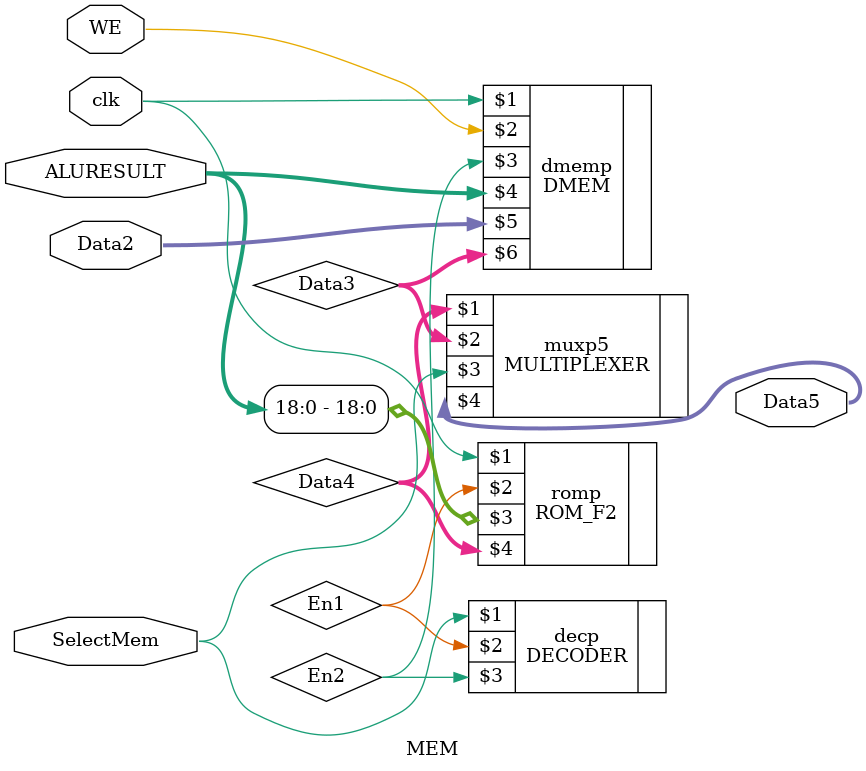
<source format=sv>
module MEM(input logic SelectMem, WE, clk,
			  input logic [31:0] ALURESULT,
			  input logic [31:0] Data2,
			  output logic [31:0] Data5);

logic En1, En2;
logic [31:0] Data4,Data3;




DECODER decp (SelectMem, En1, En2);		  
ROM_F2 romp(clk, En1, ALURESULT[18:0], Data4);
DMEM dmemp (clk, WE, En2, ALURESULT, Data2, Data3);
MULTIPLEXER  muxp5 (Data4,Data3, SelectMem, Data5);


	
endmodule
</source>
